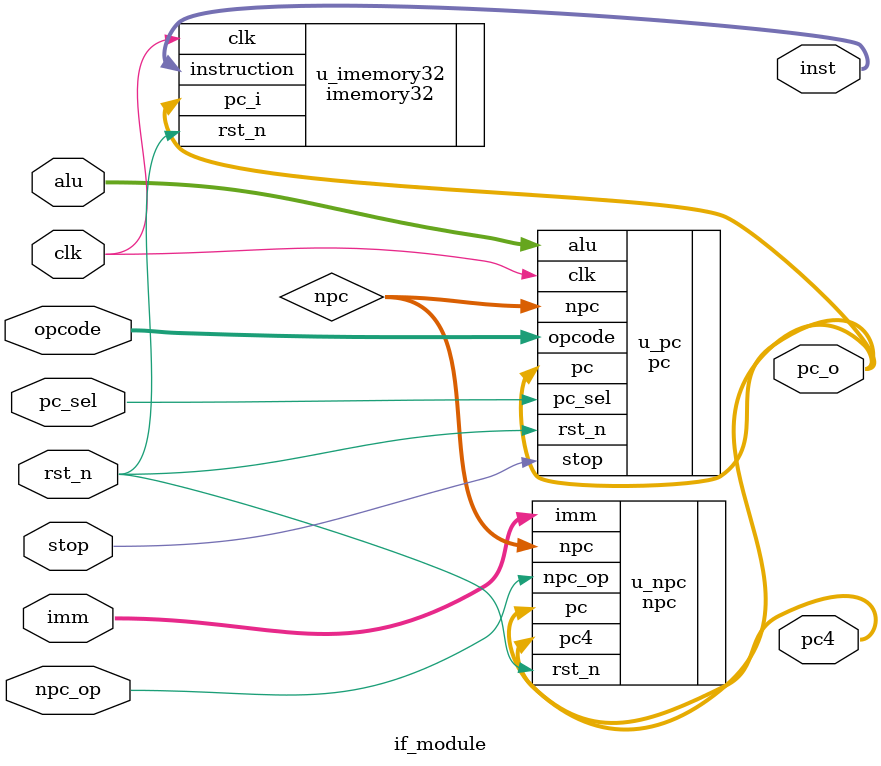
<source format=v>


module if_module(
    input   clk,
    input   rst_n,
    input   stop,
    input   pc_sel,
    input   npc_op,
    input   [31:0]  alu,                //aluµÄÊä³ö
    input   [31:0]  imm,                //·ûºÅÀ©Õ¹Ö®ºóµÄ32Î»Á¢¼´Êý
    input   [6:0]   opcode,
    output  wire [31:0]  inst,     //È¡³öµÄ32Î»Ö¸Áî
    output  wire [31:0]  pc4,
    output  wire [31:0]  pc_o
    );
    
wire    [31:0]  npc;
    
pc  u_pc(
    .clk(clk),
    .rst_n(rst_n),
    .stop(stop),
    .pc_sel(pc_sel),
    .npc(npc),
    .alu(alu),
    .opcode(opcode),
    .pc(pc_o)
);

npc u_npc(
    .rst_n(rst_n),
    .npc_op(npc_op),
    .pc(pc_o),
    .imm(imm),
    .npc(npc),
    .pc4(pc4)
);

imemory32   u_imemory32(
    .clk(clk),
    .rst_n(rst_n),
    .pc_i(pc_o),
    .instruction(inst)
);
endmodule

</source>
